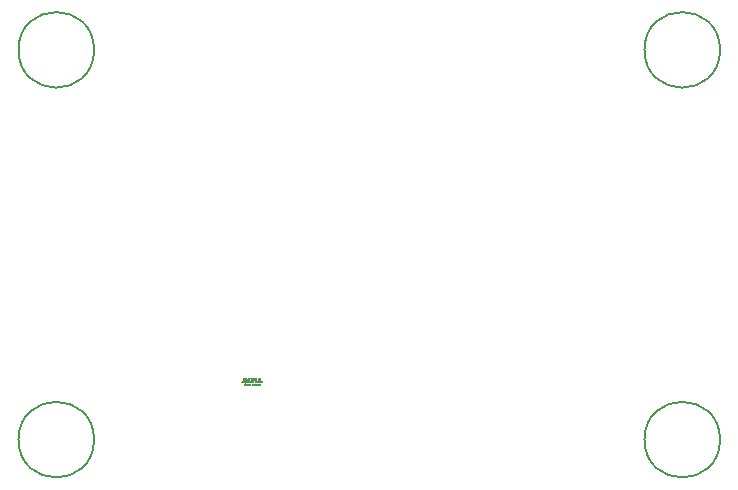
<source format=gbr>
%TF.GenerationSoftware,KiCad,Pcbnew,7.0.10*%
%TF.CreationDate,2024-02-13T13:45:35+01:00*%
%TF.ProjectId,turningLoopMosfet-overcurrent,7475726e-696e-4674-9c6f-6f704d6f7366,rev?*%
%TF.SameCoordinates,Original*%
%TF.FileFunction,Other,Comment*%
%FSLAX46Y46*%
G04 Gerber Fmt 4.6, Leading zero omitted, Abs format (unit mm)*
G04 Created by KiCad (PCBNEW 7.0.10) date 2024-02-13 13:45:35*
%MOMM*%
%LPD*%
G01*
G04 APERTURE LIST*
%ADD10C,0.020000*%
%ADD11C,0.150000*%
G04 APERTURE END LIST*
D10*
X179797500Y-90270352D02*
X179833214Y-90420352D01*
X179833214Y-90420352D02*
X179861786Y-90313210D01*
X179861786Y-90313210D02*
X179890357Y-90420352D01*
X179890357Y-90420352D02*
X179926072Y-90270352D01*
X179983215Y-90420352D02*
X179983215Y-90320352D01*
X179983215Y-90270352D02*
X179976072Y-90277495D01*
X179976072Y-90277495D02*
X179983215Y-90284638D01*
X179983215Y-90284638D02*
X179990358Y-90277495D01*
X179990358Y-90277495D02*
X179983215Y-90270352D01*
X179983215Y-90270352D02*
X179983215Y-90284638D01*
X180054644Y-90320352D02*
X180054644Y-90470352D01*
X180054644Y-90327495D02*
X180068930Y-90320352D01*
X180068930Y-90320352D02*
X180097501Y-90320352D01*
X180097501Y-90320352D02*
X180111787Y-90327495D01*
X180111787Y-90327495D02*
X180118930Y-90334638D01*
X180118930Y-90334638D02*
X180126072Y-90348924D01*
X180126072Y-90348924D02*
X180126072Y-90391781D01*
X180126072Y-90391781D02*
X180118930Y-90406067D01*
X180118930Y-90406067D02*
X180111787Y-90413210D01*
X180111787Y-90413210D02*
X180097501Y-90420352D01*
X180097501Y-90420352D02*
X180068930Y-90420352D01*
X180068930Y-90420352D02*
X180054644Y-90413210D01*
X180247501Y-90413210D02*
X180233215Y-90420352D01*
X180233215Y-90420352D02*
X180204644Y-90420352D01*
X180204644Y-90420352D02*
X180190358Y-90413210D01*
X180190358Y-90413210D02*
X180183215Y-90398924D01*
X180183215Y-90398924D02*
X180183215Y-90341781D01*
X180183215Y-90341781D02*
X180190358Y-90327495D01*
X180190358Y-90327495D02*
X180204644Y-90320352D01*
X180204644Y-90320352D02*
X180233215Y-90320352D01*
X180233215Y-90320352D02*
X180247501Y-90327495D01*
X180247501Y-90327495D02*
X180254644Y-90341781D01*
X180254644Y-90341781D02*
X180254644Y-90356067D01*
X180254644Y-90356067D02*
X180183215Y-90370352D01*
X180318929Y-90420352D02*
X180318929Y-90320352D01*
X180318929Y-90348924D02*
X180326072Y-90334638D01*
X180326072Y-90334638D02*
X180333215Y-90327495D01*
X180333215Y-90327495D02*
X180347500Y-90320352D01*
X180347500Y-90320352D02*
X180361786Y-90320352D01*
X180526072Y-90420352D02*
X180526072Y-90320352D01*
X180526072Y-90334638D02*
X180533215Y-90327495D01*
X180533215Y-90327495D02*
X180547500Y-90320352D01*
X180547500Y-90320352D02*
X180568929Y-90320352D01*
X180568929Y-90320352D02*
X180583215Y-90327495D01*
X180583215Y-90327495D02*
X180590358Y-90341781D01*
X180590358Y-90341781D02*
X180590358Y-90420352D01*
X180590358Y-90341781D02*
X180597500Y-90327495D01*
X180597500Y-90327495D02*
X180611786Y-90320352D01*
X180611786Y-90320352D02*
X180633215Y-90320352D01*
X180633215Y-90320352D02*
X180647500Y-90327495D01*
X180647500Y-90327495D02*
X180654643Y-90341781D01*
X180654643Y-90341781D02*
X180654643Y-90420352D01*
X180790358Y-90420352D02*
X180790358Y-90341781D01*
X180790358Y-90341781D02*
X180783215Y-90327495D01*
X180783215Y-90327495D02*
X180768929Y-90320352D01*
X180768929Y-90320352D02*
X180740358Y-90320352D01*
X180740358Y-90320352D02*
X180726072Y-90327495D01*
X180790358Y-90413210D02*
X180776072Y-90420352D01*
X180776072Y-90420352D02*
X180740358Y-90420352D01*
X180740358Y-90420352D02*
X180726072Y-90413210D01*
X180726072Y-90413210D02*
X180718929Y-90398924D01*
X180718929Y-90398924D02*
X180718929Y-90384638D01*
X180718929Y-90384638D02*
X180726072Y-90370352D01*
X180726072Y-90370352D02*
X180740358Y-90363210D01*
X180740358Y-90363210D02*
X180776072Y-90363210D01*
X180776072Y-90363210D02*
X180790358Y-90356067D01*
X180847500Y-90320352D02*
X180883214Y-90420352D01*
X180918929Y-90320352D02*
X180883214Y-90420352D01*
X180883214Y-90420352D02*
X180868929Y-90456067D01*
X180868929Y-90456067D02*
X180861786Y-90463210D01*
X180861786Y-90463210D02*
X180847500Y-90470352D01*
X181090358Y-90420352D02*
X181090358Y-90270352D01*
X181090358Y-90327495D02*
X181104644Y-90320352D01*
X181104644Y-90320352D02*
X181133215Y-90320352D01*
X181133215Y-90320352D02*
X181147501Y-90327495D01*
X181147501Y-90327495D02*
X181154644Y-90334638D01*
X181154644Y-90334638D02*
X181161786Y-90348924D01*
X181161786Y-90348924D02*
X181161786Y-90391781D01*
X181161786Y-90391781D02*
X181154644Y-90406067D01*
X181154644Y-90406067D02*
X181147501Y-90413210D01*
X181147501Y-90413210D02*
X181133215Y-90420352D01*
X181133215Y-90420352D02*
X181104644Y-90420352D01*
X181104644Y-90420352D02*
X181090358Y-90413210D01*
X181283215Y-90413210D02*
X181268929Y-90420352D01*
X181268929Y-90420352D02*
X181240358Y-90420352D01*
X181240358Y-90420352D02*
X181226072Y-90413210D01*
X181226072Y-90413210D02*
X181218929Y-90398924D01*
X181218929Y-90398924D02*
X181218929Y-90341781D01*
X181218929Y-90341781D02*
X181226072Y-90327495D01*
X181226072Y-90327495D02*
X181240358Y-90320352D01*
X181240358Y-90320352D02*
X181268929Y-90320352D01*
X181268929Y-90320352D02*
X181283215Y-90327495D01*
X181283215Y-90327495D02*
X181290358Y-90341781D01*
X181290358Y-90341781D02*
X181290358Y-90356067D01*
X181290358Y-90356067D02*
X181218929Y-90370352D01*
X179747501Y-90661852D02*
X179747501Y-90583281D01*
X179747501Y-90583281D02*
X179740358Y-90568995D01*
X179740358Y-90568995D02*
X179726072Y-90561852D01*
X179726072Y-90561852D02*
X179697501Y-90561852D01*
X179697501Y-90561852D02*
X179683215Y-90568995D01*
X179747501Y-90654710D02*
X179733215Y-90661852D01*
X179733215Y-90661852D02*
X179697501Y-90661852D01*
X179697501Y-90661852D02*
X179683215Y-90654710D01*
X179683215Y-90654710D02*
X179676072Y-90640424D01*
X179676072Y-90640424D02*
X179676072Y-90626138D01*
X179676072Y-90626138D02*
X179683215Y-90611852D01*
X179683215Y-90611852D02*
X179697501Y-90604710D01*
X179697501Y-90604710D02*
X179733215Y-90604710D01*
X179733215Y-90604710D02*
X179747501Y-90597567D01*
X179818929Y-90561852D02*
X179818929Y-90661852D01*
X179818929Y-90576138D02*
X179826072Y-90568995D01*
X179826072Y-90568995D02*
X179840357Y-90561852D01*
X179840357Y-90561852D02*
X179861786Y-90561852D01*
X179861786Y-90561852D02*
X179876072Y-90568995D01*
X179876072Y-90568995D02*
X179883215Y-90583281D01*
X179883215Y-90583281D02*
X179883215Y-90661852D01*
X179940357Y-90561852D02*
X179976071Y-90661852D01*
X180011786Y-90561852D02*
X179976071Y-90661852D01*
X179976071Y-90661852D02*
X179961786Y-90697567D01*
X179961786Y-90697567D02*
X179954643Y-90704710D01*
X179954643Y-90704710D02*
X179940357Y-90711852D01*
X180054643Y-90561852D02*
X180083215Y-90661852D01*
X180083215Y-90661852D02*
X180111786Y-90590424D01*
X180111786Y-90590424D02*
X180140357Y-90661852D01*
X180140357Y-90661852D02*
X180168929Y-90561852D01*
X180226072Y-90661852D02*
X180226072Y-90511852D01*
X180290358Y-90661852D02*
X180290358Y-90583281D01*
X180290358Y-90583281D02*
X180283215Y-90568995D01*
X180283215Y-90568995D02*
X180268929Y-90561852D01*
X180268929Y-90561852D02*
X180247500Y-90561852D01*
X180247500Y-90561852D02*
X180233215Y-90568995D01*
X180233215Y-90568995D02*
X180226072Y-90576138D01*
X180418929Y-90654710D02*
X180404643Y-90661852D01*
X180404643Y-90661852D02*
X180376072Y-90661852D01*
X180376072Y-90661852D02*
X180361786Y-90654710D01*
X180361786Y-90654710D02*
X180354643Y-90640424D01*
X180354643Y-90640424D02*
X180354643Y-90583281D01*
X180354643Y-90583281D02*
X180361786Y-90568995D01*
X180361786Y-90568995D02*
X180376072Y-90561852D01*
X180376072Y-90561852D02*
X180404643Y-90561852D01*
X180404643Y-90561852D02*
X180418929Y-90568995D01*
X180418929Y-90568995D02*
X180426072Y-90583281D01*
X180426072Y-90583281D02*
X180426072Y-90597567D01*
X180426072Y-90597567D02*
X180354643Y-90611852D01*
X180490357Y-90661852D02*
X180490357Y-90561852D01*
X180490357Y-90590424D02*
X180497500Y-90576138D01*
X180497500Y-90576138D02*
X180504643Y-90568995D01*
X180504643Y-90568995D02*
X180518928Y-90561852D01*
X180518928Y-90561852D02*
X180533214Y-90561852D01*
X180640357Y-90654710D02*
X180626071Y-90661852D01*
X180626071Y-90661852D02*
X180597500Y-90661852D01*
X180597500Y-90661852D02*
X180583214Y-90654710D01*
X180583214Y-90654710D02*
X180576071Y-90640424D01*
X180576071Y-90640424D02*
X180576071Y-90583281D01*
X180576071Y-90583281D02*
X180583214Y-90568995D01*
X180583214Y-90568995D02*
X180597500Y-90561852D01*
X180597500Y-90561852D02*
X180626071Y-90561852D01*
X180626071Y-90561852D02*
X180640357Y-90568995D01*
X180640357Y-90568995D02*
X180647500Y-90583281D01*
X180647500Y-90583281D02*
X180647500Y-90597567D01*
X180647500Y-90597567D02*
X180576071Y-90611852D01*
X180811785Y-90561852D02*
X180840357Y-90661852D01*
X180840357Y-90661852D02*
X180868928Y-90590424D01*
X180868928Y-90590424D02*
X180897499Y-90661852D01*
X180897499Y-90661852D02*
X180926071Y-90561852D01*
X180983214Y-90661852D02*
X180983214Y-90561852D01*
X180983214Y-90511852D02*
X180976071Y-90518995D01*
X180976071Y-90518995D02*
X180983214Y-90526138D01*
X180983214Y-90526138D02*
X180990357Y-90518995D01*
X180990357Y-90518995D02*
X180983214Y-90511852D01*
X180983214Y-90511852D02*
X180983214Y-90526138D01*
X181033214Y-90561852D02*
X181090357Y-90561852D01*
X181054643Y-90511852D02*
X181054643Y-90640424D01*
X181054643Y-90640424D02*
X181061786Y-90654710D01*
X181061786Y-90654710D02*
X181076071Y-90661852D01*
X181076071Y-90661852D02*
X181090357Y-90661852D01*
X181140357Y-90661852D02*
X181140357Y-90511852D01*
X181204643Y-90661852D02*
X181204643Y-90583281D01*
X181204643Y-90583281D02*
X181197500Y-90568995D01*
X181197500Y-90568995D02*
X181183214Y-90561852D01*
X181183214Y-90561852D02*
X181161785Y-90561852D01*
X181161785Y-90561852D02*
X181147500Y-90568995D01*
X181147500Y-90568995D02*
X181140357Y-90576138D01*
X181276071Y-90661852D02*
X181276071Y-90561852D01*
X181276071Y-90511852D02*
X181268928Y-90518995D01*
X181268928Y-90518995D02*
X181276071Y-90526138D01*
X181276071Y-90526138D02*
X181283214Y-90518995D01*
X181283214Y-90518995D02*
X181276071Y-90511852D01*
X181276071Y-90511852D02*
X181276071Y-90526138D01*
X181347500Y-90561852D02*
X181347500Y-90661852D01*
X181347500Y-90576138D02*
X181354643Y-90568995D01*
X181354643Y-90568995D02*
X181368928Y-90561852D01*
X181368928Y-90561852D02*
X181390357Y-90561852D01*
X181390357Y-90561852D02*
X181404643Y-90568995D01*
X181404643Y-90568995D02*
X181411786Y-90583281D01*
X181411786Y-90583281D02*
X181411786Y-90661852D01*
X179933215Y-90896210D02*
X179918929Y-90903352D01*
X179918929Y-90903352D02*
X179890357Y-90903352D01*
X179890357Y-90903352D02*
X179876072Y-90896210D01*
X179876072Y-90896210D02*
X179868929Y-90889067D01*
X179868929Y-90889067D02*
X179861786Y-90874781D01*
X179861786Y-90874781D02*
X179861786Y-90831924D01*
X179861786Y-90831924D02*
X179868929Y-90817638D01*
X179868929Y-90817638D02*
X179876072Y-90810495D01*
X179876072Y-90810495D02*
X179890357Y-90803352D01*
X179890357Y-90803352D02*
X179918929Y-90803352D01*
X179918929Y-90803352D02*
X179933215Y-90810495D01*
X179997500Y-90903352D02*
X179997500Y-90803352D01*
X179997500Y-90753352D02*
X179990357Y-90760495D01*
X179990357Y-90760495D02*
X179997500Y-90767638D01*
X179997500Y-90767638D02*
X180004643Y-90760495D01*
X180004643Y-90760495D02*
X179997500Y-90753352D01*
X179997500Y-90753352D02*
X179997500Y-90767638D01*
X180068929Y-90903352D02*
X180068929Y-90803352D01*
X180068929Y-90831924D02*
X180076072Y-90817638D01*
X180076072Y-90817638D02*
X180083215Y-90810495D01*
X180083215Y-90810495D02*
X180097500Y-90803352D01*
X180097500Y-90803352D02*
X180111786Y-90803352D01*
X180226072Y-90896210D02*
X180211786Y-90903352D01*
X180211786Y-90903352D02*
X180183214Y-90903352D01*
X180183214Y-90903352D02*
X180168929Y-90896210D01*
X180168929Y-90896210D02*
X180161786Y-90889067D01*
X180161786Y-90889067D02*
X180154643Y-90874781D01*
X180154643Y-90874781D02*
X180154643Y-90831924D01*
X180154643Y-90831924D02*
X180161786Y-90817638D01*
X180161786Y-90817638D02*
X180168929Y-90810495D01*
X180168929Y-90810495D02*
X180183214Y-90803352D01*
X180183214Y-90803352D02*
X180211786Y-90803352D01*
X180211786Y-90803352D02*
X180226072Y-90810495D01*
X180311785Y-90903352D02*
X180297500Y-90896210D01*
X180297500Y-90896210D02*
X180290357Y-90881924D01*
X180290357Y-90881924D02*
X180290357Y-90753352D01*
X180426071Y-90896210D02*
X180411785Y-90903352D01*
X180411785Y-90903352D02*
X180383214Y-90903352D01*
X180383214Y-90903352D02*
X180368928Y-90896210D01*
X180368928Y-90896210D02*
X180361785Y-90881924D01*
X180361785Y-90881924D02*
X180361785Y-90824781D01*
X180361785Y-90824781D02*
X180368928Y-90810495D01*
X180368928Y-90810495D02*
X180383214Y-90803352D01*
X180383214Y-90803352D02*
X180411785Y-90803352D01*
X180411785Y-90803352D02*
X180426071Y-90810495D01*
X180426071Y-90810495D02*
X180433214Y-90824781D01*
X180433214Y-90824781D02*
X180433214Y-90839067D01*
X180433214Y-90839067D02*
X180361785Y-90853352D01*
X180604642Y-90896210D02*
X180618928Y-90903352D01*
X180618928Y-90903352D02*
X180647499Y-90903352D01*
X180647499Y-90903352D02*
X180661785Y-90896210D01*
X180661785Y-90896210D02*
X180668928Y-90881924D01*
X180668928Y-90881924D02*
X180668928Y-90874781D01*
X180668928Y-90874781D02*
X180661785Y-90860495D01*
X180661785Y-90860495D02*
X180647499Y-90853352D01*
X180647499Y-90853352D02*
X180626071Y-90853352D01*
X180626071Y-90853352D02*
X180611785Y-90846210D01*
X180611785Y-90846210D02*
X180604642Y-90831924D01*
X180604642Y-90831924D02*
X180604642Y-90824781D01*
X180604642Y-90824781D02*
X180611785Y-90810495D01*
X180611785Y-90810495D02*
X180626071Y-90803352D01*
X180626071Y-90803352D02*
X180647499Y-90803352D01*
X180647499Y-90803352D02*
X180661785Y-90810495D01*
X180733214Y-90903352D02*
X180733214Y-90753352D01*
X180797500Y-90903352D02*
X180797500Y-90824781D01*
X180797500Y-90824781D02*
X180790357Y-90810495D01*
X180790357Y-90810495D02*
X180776071Y-90803352D01*
X180776071Y-90803352D02*
X180754642Y-90803352D01*
X180754642Y-90803352D02*
X180740357Y-90810495D01*
X180740357Y-90810495D02*
X180733214Y-90817638D01*
X180890356Y-90903352D02*
X180876071Y-90896210D01*
X180876071Y-90896210D02*
X180868928Y-90889067D01*
X180868928Y-90889067D02*
X180861785Y-90874781D01*
X180861785Y-90874781D02*
X180861785Y-90831924D01*
X180861785Y-90831924D02*
X180868928Y-90817638D01*
X180868928Y-90817638D02*
X180876071Y-90810495D01*
X180876071Y-90810495D02*
X180890356Y-90803352D01*
X180890356Y-90803352D02*
X180911785Y-90803352D01*
X180911785Y-90803352D02*
X180926071Y-90810495D01*
X180926071Y-90810495D02*
X180933214Y-90817638D01*
X180933214Y-90817638D02*
X180940356Y-90831924D01*
X180940356Y-90831924D02*
X180940356Y-90874781D01*
X180940356Y-90874781D02*
X180933214Y-90889067D01*
X180933214Y-90889067D02*
X180926071Y-90896210D01*
X180926071Y-90896210D02*
X180911785Y-90903352D01*
X180911785Y-90903352D02*
X180890356Y-90903352D01*
X180990356Y-90803352D02*
X181018928Y-90903352D01*
X181018928Y-90903352D02*
X181047499Y-90831924D01*
X181047499Y-90831924D02*
X181076070Y-90903352D01*
X181076070Y-90903352D02*
X181104642Y-90803352D01*
X181161785Y-90803352D02*
X181161785Y-90903352D01*
X181161785Y-90817638D02*
X181168928Y-90810495D01*
X181168928Y-90810495D02*
X181183213Y-90803352D01*
X181183213Y-90803352D02*
X181204642Y-90803352D01*
X181204642Y-90803352D02*
X181218928Y-90810495D01*
X181218928Y-90810495D02*
X181226071Y-90824781D01*
X181226071Y-90824781D02*
X181226071Y-90903352D01*
D11*
%TO.C,REF\u002A\u002A*%
X167200000Y-62500000D02*
G75*
G03*
X160800000Y-62500000I-3200000J0D01*
G01*
X160800000Y-62500000D02*
G75*
G03*
X167200000Y-62500000I3200000J0D01*
G01*
X167200000Y-95500000D02*
G75*
G03*
X160800000Y-95500000I-3200000J0D01*
G01*
X160800000Y-95500000D02*
G75*
G03*
X167200000Y-95500000I3200000J0D01*
G01*
X220200000Y-95500000D02*
G75*
G03*
X213800000Y-95500000I-3200000J0D01*
G01*
X213800000Y-95500000D02*
G75*
G03*
X220200000Y-95500000I3200000J0D01*
G01*
X220200000Y-62500000D02*
G75*
G03*
X213800000Y-62500000I-3200000J0D01*
G01*
X213800000Y-62500000D02*
G75*
G03*
X220200000Y-62500000I3200000J0D01*
G01*
%TD*%
M02*

</source>
